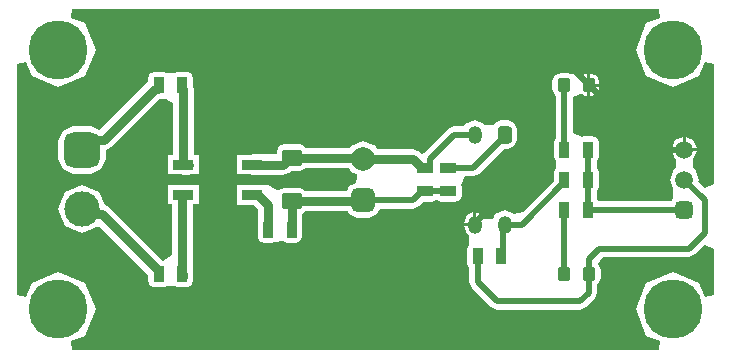
<source format=gtl>
G04*
G04 #@! TF.GenerationSoftware,Altium Limited,Altium Designer,21.2.1 (34)*
G04*
G04 Layer_Physical_Order=1*
G04 Layer_Color=255*
%FSTAX24Y24*%
%MOIN*%
G70*
G04*
G04 #@! TF.SameCoordinates,4D214268-C68C-41DA-8F6C-8B02532A8417*
G04*
G04*
G04 #@! TF.FilePolarity,Positive*
G04*
G01*
G75*
%ADD11C,0.0197*%
G04:AMPARAMS|DCode=17|XSize=55.1mil|YSize=35.4mil|CornerRadius=3.5mil|HoleSize=0mil|Usage=FLASHONLY|Rotation=90.000|XOffset=0mil|YOffset=0mil|HoleType=Round|Shape=RoundedRectangle|*
%AMROUNDEDRECTD17*
21,1,0.0551,0.0283,0,0,90.0*
21,1,0.0480,0.0354,0,0,90.0*
1,1,0.0071,0.0142,0.0240*
1,1,0.0071,0.0142,-0.0240*
1,1,0.0071,-0.0142,-0.0240*
1,1,0.0071,-0.0142,0.0240*
%
%ADD17ROUNDEDRECTD17*%
%ADD18R,0.0709X0.0335*%
G04:AMPARAMS|DCode=19|XSize=63.8mil|YSize=53.9mil|CornerRadius=5.4mil|HoleSize=0mil|Usage=FLASHONLY|Rotation=0.000|XOffset=0mil|YOffset=0mil|HoleType=Round|Shape=RoundedRectangle|*
%AMROUNDEDRECTD19*
21,1,0.0638,0.0432,0,0,0.0*
21,1,0.0530,0.0539,0,0,0.0*
1,1,0.0108,0.0265,-0.0216*
1,1,0.0108,-0.0265,-0.0216*
1,1,0.0108,-0.0265,0.0216*
1,1,0.0108,0.0265,0.0216*
%
%ADD19ROUNDEDRECTD19*%
G04:AMPARAMS|DCode=20|XSize=55.1mil|YSize=35.4mil|CornerRadius=3.5mil|HoleSize=0mil|Usage=FLASHONLY|Rotation=180.000|XOffset=0mil|YOffset=0mil|HoleType=Round|Shape=RoundedRectangle|*
%AMROUNDEDRECTD20*
21,1,0.0551,0.0283,0,0,180.0*
21,1,0.0480,0.0354,0,0,180.0*
1,1,0.0071,-0.0240,0.0142*
1,1,0.0071,0.0240,0.0142*
1,1,0.0071,0.0240,-0.0142*
1,1,0.0071,-0.0240,-0.0142*
%
%ADD20ROUNDEDRECTD20*%
G04:AMPARAMS|DCode=21|XSize=43.3mil|YSize=47.2mil|CornerRadius=10.8mil|HoleSize=0mil|Usage=FLASHONLY|Rotation=180.000|XOffset=0mil|YOffset=0mil|HoleType=Round|Shape=RoundedRectangle|*
%AMROUNDEDRECTD21*
21,1,0.0433,0.0256,0,0,180.0*
21,1,0.0217,0.0472,0,0,180.0*
1,1,0.0217,-0.0108,0.0128*
1,1,0.0217,0.0108,0.0128*
1,1,0.0217,0.0108,-0.0128*
1,1,0.0217,-0.0108,-0.0128*
%
%ADD21ROUNDEDRECTD21*%
%ADD36C,0.0315*%
%ADD37C,0.0200*%
%ADD38O,0.0472X0.0591*%
G04:AMPARAMS|DCode=39|XSize=59.1mil|YSize=47.2mil|CornerRadius=11.8mil|HoleSize=0mil|Usage=FLASHONLY|Rotation=270.000|XOffset=0mil|YOffset=0mil|HoleType=Round|Shape=RoundedRectangle|*
%AMROUNDEDRECTD39*
21,1,0.0591,0.0236,0,0,270.0*
21,1,0.0354,0.0472,0,0,270.0*
1,1,0.0236,-0.0118,-0.0177*
1,1,0.0236,-0.0118,0.0177*
1,1,0.0236,0.0118,0.0177*
1,1,0.0236,0.0118,-0.0177*
%
%ADD39ROUNDEDRECTD39*%
G04:AMPARAMS|DCode=40|XSize=118.1mil|YSize=118.1mil|CornerRadius=29.5mil|HoleSize=0mil|Usage=FLASHONLY|Rotation=90.000|XOffset=0mil|YOffset=0mil|HoleType=Round|Shape=RoundedRectangle|*
%AMROUNDEDRECTD40*
21,1,0.1181,0.0591,0,0,90.0*
21,1,0.0591,0.1181,0,0,90.0*
1,1,0.0591,0.0295,0.0295*
1,1,0.0591,0.0295,-0.0295*
1,1,0.0591,-0.0295,-0.0295*
1,1,0.0591,-0.0295,0.0295*
%
%ADD40ROUNDEDRECTD40*%
%ADD41C,0.1181*%
G04:AMPARAMS|DCode=42|XSize=78.7mil|YSize=78.7mil|CornerRadius=19.7mil|HoleSize=0mil|Usage=FLASHONLY|Rotation=270.000|XOffset=0mil|YOffset=0mil|HoleType=Round|Shape=RoundedRectangle|*
%AMROUNDEDRECTD42*
21,1,0.0787,0.0394,0,0,270.0*
21,1,0.0394,0.0787,0,0,270.0*
1,1,0.0394,-0.0197,-0.0197*
1,1,0.0394,-0.0197,0.0197*
1,1,0.0394,0.0197,0.0197*
1,1,0.0394,0.0197,-0.0197*
%
%ADD42ROUNDEDRECTD42*%
%ADD43C,0.0787*%
%ADD44C,0.0591*%
G04:AMPARAMS|DCode=45|XSize=59.1mil|YSize=59.1mil|CornerRadius=14.8mil|HoleSize=0mil|Usage=FLASHONLY|Rotation=90.000|XOffset=0mil|YOffset=0mil|HoleType=Round|Shape=RoundedRectangle|*
%AMROUNDEDRECTD45*
21,1,0.0591,0.0295,0,0,90.0*
21,1,0.0295,0.0591,0,0,90.0*
1,1,0.0295,0.0148,0.0148*
1,1,0.0295,0.0148,-0.0148*
1,1,0.0295,-0.0148,-0.0148*
1,1,0.0295,-0.0148,0.0148*
%
%ADD45ROUNDEDRECTD45*%
%ADD46C,0.1969*%
G36*
X049197Y044767D02*
X048732Y044575D01*
X04837Y043701D01*
X048732Y042827D01*
X049606Y042465D01*
X05048Y042827D01*
X050673Y043292D01*
X050973Y043232D01*
Y039213D01*
X050673Y039089D01*
X050461Y039301D01*
X05049Y03937D01*
X050347Y039717D01*
X050293Y039739D01*
Y040064D01*
X050303Y040068D01*
X050407Y04032D01*
X05D01*
X049593D01*
X049697Y040068D01*
X049707Y040064D01*
Y039739D01*
X049653Y039717D01*
X04951Y03937D01*
X04963Y039081D01*
X049619Y038751D01*
X049576Y038647D01*
X047126D01*
X04708Y038758D01*
X04708Y038982D01*
X047141Y03913D01*
Y03961D01*
X04708Y039758D01*
X04708Y039982D01*
X047141Y04013D01*
Y04061D01*
X04708Y040758D01*
X046932Y040819D01*
X046649D01*
X04657Y040787D01*
X04627Y040919D01*
Y042113D01*
X046508Y042213D01*
X046572Y04222D01*
X046702Y042166D01*
X04676D01*
Y04252D01*
Y042873D01*
X046702D01*
X046572Y042819D01*
X046391Y04284D01*
X046245Y042872D01*
X046092Y042935D01*
X045875D01*
X045672Y042851D01*
X045587Y042648D01*
Y042392D01*
X045672Y042188D01*
X045716Y04217D01*
Y040759D01*
X045714Y040758D01*
X045652Y04061D01*
Y04013D01*
X045714Y039982D01*
Y039758D01*
X045652Y03961D01*
Y039313D01*
X044612Y038273D01*
X044305Y03823D01*
X044004Y038355D01*
X043703Y03823D01*
X043635Y038068D01*
X04331Y038068D01*
X043269Y038167D01*
X043261Y038186D01*
X043054Y038272D01*
Y03787D01*
X043004D01*
Y03782D01*
X04264D01*
Y037811D01*
X042747Y037554D01*
X04282Y037523D01*
X042821Y037199D01*
X042821Y037198D01*
X04276Y037051D01*
Y036571D01*
X042821Y036423D01*
X042833Y036418D01*
Y035944D01*
X042833Y035944D01*
X042914Y035748D01*
X043548Y035114D01*
X043548Y035114D01*
X043744Y035033D01*
X043744Y035033D01*
X046534D01*
X046534Y035033D01*
X04673Y035114D01*
X047006Y03539D01*
X047006Y03539D01*
X047087Y035586D01*
X047087Y035586D01*
Y035875D01*
X047122Y035889D01*
X047206Y036093D01*
Y036348D01*
X047122Y036552D01*
X047276Y03679D01*
X047279Y036793D01*
X050164D01*
X050164Y036793D01*
X05036Y036874D01*
X050673Y037187D01*
X050973Y037063D01*
Y035508D01*
X050673Y035448D01*
X05048Y035913D01*
X049606Y036275D01*
X048732Y035913D01*
X04837Y035039D01*
X048732Y034166D01*
X049197Y033973D01*
X049138Y033673D01*
X029602D01*
X029543Y033973D01*
X030008Y034166D01*
X03037Y035039D01*
X030008Y035913D01*
X029134Y036275D01*
X02826Y035913D01*
X028067Y035448D01*
X027767Y035508D01*
Y043232D01*
X028067Y043292D01*
X02826Y042827D01*
X029134Y042465D01*
X030008Y042827D01*
X03037Y043701D01*
X030008Y044575D01*
X029543Y044767D01*
X029602Y045067D01*
X049138D01*
X049197Y044767D01*
D02*
G37*
%LPC*%
G36*
X033409Y042969D02*
X033126D01*
X032978Y042907D01*
X03277D01*
X032622Y042969D01*
X032339D01*
X032191Y042907D01*
X03213Y04276D01*
Y042646D01*
X032121Y042643D01*
X030501Y041022D01*
X030217Y04114D01*
X029626D01*
X029279Y040996D01*
X029136Y04065D01*
Y040059D01*
X029279Y039713D01*
X029626Y039569D01*
X030217D01*
X030563Y039713D01*
X030707Y040059D01*
Y040367D01*
X030882Y04044D01*
X032513Y042071D01*
X032622D01*
X032656Y042085D01*
X032956Y041927D01*
Y040195D01*
X032785D01*
Y039545D01*
X033258D01*
X033297Y039529D01*
X033484D01*
X033523Y039545D01*
X033809D01*
Y039831D01*
X033825Y03987D01*
X033809Y039909D01*
Y040195D01*
X033638D01*
Y042392D01*
X033618Y04244D01*
Y04276D01*
X033557Y042907D01*
X033409Y042969D01*
D02*
G37*
G36*
X046918Y042873D02*
X04686D01*
Y04257D01*
X047144D01*
Y042648D01*
X047078Y042807D01*
X046918Y042873D01*
D02*
G37*
G36*
X047144Y04247D02*
X04686D01*
Y042166D01*
X046918D01*
X047078Y042232D01*
X047144Y042392D01*
Y04247D01*
D02*
G37*
G36*
X043004Y041355D02*
X042703Y04123D01*
X042668Y041147D01*
X042331D01*
X042331Y041147D01*
X042135Y041066D01*
X042135Y041066D01*
X04132Y040251D01*
X041249Y040237D01*
X041186Y0403D01*
X040945Y0404D01*
X039754D01*
X03972Y040481D01*
X039298Y040656D01*
X038876Y040481D01*
X038852Y040421D01*
X03736D01*
X037336Y040478D01*
X037174Y040545D01*
X036644D01*
X036483Y040478D01*
X036416Y040316D01*
Y040211D01*
X0356D01*
X035562Y040195D01*
X035089D01*
Y039545D01*
X035562D01*
X0356Y039529D01*
X03663D01*
X036871Y039629D01*
X036898Y039656D01*
X037174D01*
X037336Y039723D01*
X037343Y039739D01*
X038834D01*
X038876Y039637D01*
X03908Y039553D01*
X03909Y039423D01*
X039051Y03924D01*
X03883Y039149D01*
X038769Y039001D01*
X037343D01*
X037336Y039017D01*
X037174Y039084D01*
X036644D01*
X036483Y039017D01*
X03641Y03901D01*
X036112Y039183D01*
Y039183D01*
X035826D01*
X035787Y039199D01*
X0356D01*
X035562Y039183D01*
X035089D01*
Y038533D01*
X035562D01*
X0356Y038517D01*
X035646D01*
X035781Y038382D01*
Y03796D01*
X035772Y037937D01*
Y037457D01*
X035833Y037309D01*
X03598Y037248D01*
X036264D01*
X036333Y037277D01*
X03662Y037309D01*
X036768Y037248D01*
X036895Y037248D01*
X037051D01*
X037199Y037309D01*
X03726Y037457D01*
Y037937D01*
X03725Y03796D01*
Y038227D01*
X037336Y038262D01*
X03736Y03832D01*
X038786D01*
X03883Y038213D01*
X039102Y038101D01*
X039495D01*
X039766Y038213D01*
X039846Y038404D01*
X040945D01*
X040945Y038404D01*
X041141Y038485D01*
X041281Y038626D01*
X041579D01*
X041726Y038687D01*
X041738Y038687D01*
X041886Y038626D01*
X042366D01*
X042514Y038687D01*
X042575Y038835D01*
Y039118D01*
X042547Y039187D01*
X042685Y039487D01*
X042957D01*
X042957Y039487D01*
X043153Y039568D01*
X043979Y040395D01*
X044122D01*
X044333Y040482D01*
X04442Y040693D01*
Y041047D01*
X044333Y041258D01*
X044122Y041346D01*
X043886D01*
X043675Y041258D01*
X043647Y04119D01*
X043322D01*
X043305Y04123D01*
X043004Y041355D01*
D02*
G37*
G36*
X05005Y040777D02*
Y04042D01*
X050407D01*
X050303Y040673D01*
X05005Y040777D01*
D02*
G37*
G36*
X04995Y040777D02*
X049697Y040673D01*
X049593Y04042D01*
X04995D01*
Y040777D01*
D02*
G37*
G36*
X042954Y038272D02*
X042747Y038186D01*
X04264Y037929D01*
Y03792D01*
X042954D01*
Y038272D01*
D02*
G37*
G36*
X033278Y039211D02*
X033239Y039195D01*
X032785D01*
Y038545D01*
X032927D01*
Y036843D01*
X032627Y036667D01*
X032622Y036669D01*
X032612D01*
X03082Y038461D01*
X030675Y038521D01*
X030494Y038958D01*
X029921Y039196D01*
X029349Y038958D01*
X029112Y038386D01*
X029349Y037813D01*
X029921Y037576D01*
X030494Y037813D01*
X030502Y037815D01*
X03213Y036187D01*
Y03598D01*
X032191Y035833D01*
X032339Y035772D01*
X032622D01*
X03277Y035833D01*
X032978D01*
X033126Y035772D01*
X033409D01*
X033557Y035833D01*
X033618Y03598D01*
Y036099D01*
X033628Y036123D01*
Y03622D01*
X033618Y036245D01*
Y036461D01*
X033609Y036484D01*
Y038545D01*
X033809D01*
Y039195D01*
X033336D01*
X033297Y039211D01*
X033278D01*
X033278Y039211D01*
D02*
G37*
%LPD*%
D11*
X041437Y039764D02*
X041516Y039843D01*
X042331Y04087D02*
X043004D01*
X041339Y039764D02*
X041437D01*
X041516Y039843D02*
Y040055D01*
X042331Y04087D01*
X044004Y040811D02*
Y04087D01*
X042126Y039764D02*
X042957D01*
X044004Y040811D01*
X041339Y038976D02*
X042126D01*
X039298Y038681D02*
X040945D01*
X04124Y038976D01*
X041339D01*
X04683Y042486D02*
Y04252D01*
X046961Y042388D02*
X048979Y04037D01*
X05D01*
X04683Y042486D02*
X046927Y042388D01*
X046961D01*
X04681Y04252D02*
X04683D01*
X045993Y04038D02*
Y04251D01*
Y04038D02*
X046003Y04037D01*
X045983Y04252D02*
X045993Y04251D01*
Y03623D02*
Y03836D01*
X046003Y03837D01*
X045983Y03622D02*
X045993Y03623D01*
X046003Y039272D02*
Y03937D01*
X044004Y03787D02*
X044601D01*
X046003Y039272D01*
X043951Y037817D02*
X044004Y03787D01*
X043898Y036811D02*
X043951Y036865D01*
Y037817D01*
X043744Y03531D02*
X046534D01*
X04311Y035944D02*
Y036811D01*
Y035944D02*
X043744Y03531D01*
X046534D02*
X04681Y035586D01*
Y03622D01*
Y036716D01*
X047164Y03707D01*
X050164D02*
X050674Y03758D01*
X047164Y03707D02*
X050164D01*
X050674Y03758D02*
Y038696D01*
X05Y03937D02*
X050674Y038696D01*
X04466Y039585D02*
Y04102D01*
X043004Y03787D02*
Y037929D01*
X04466Y039585D01*
X04679Y03937D02*
Y04037D01*
Y03837D02*
Y03937D01*
Y03837D02*
X05D01*
D17*
X036122Y037697D02*
D03*
X036909D02*
D03*
X033268Y03622D02*
D03*
X03248D02*
D03*
X04311Y036811D02*
D03*
X043898D02*
D03*
X04679Y03937D02*
D03*
X046003D02*
D03*
X03248Y04252D02*
D03*
X033268D02*
D03*
X046003Y04037D02*
D03*
X04679D02*
D03*
X046003Y03837D02*
D03*
X04679D02*
D03*
D18*
X033297Y03887D02*
D03*
Y03987D02*
D03*
X0356D02*
D03*
Y038858D02*
D03*
D19*
X036909Y03864D02*
D03*
Y0401D02*
D03*
D20*
X042126Y039764D02*
D03*
Y038976D02*
D03*
X041339D02*
D03*
Y039764D02*
D03*
D21*
X045983Y03622D02*
D03*
X04681D02*
D03*
Y04252D02*
D03*
X045983D02*
D03*
D36*
X04124Y039764D02*
X041339D01*
X039298Y040059D02*
X040945D01*
X04124Y039764D01*
X039278Y04008D02*
X039298Y040059D01*
X036909Y0401D02*
X03693Y04008D01*
X039278D01*
X03663Y03987D02*
X03686Y0401D01*
X036909D01*
X0356Y03987D02*
X03663D01*
X03693Y03866D02*
X039278D01*
X036909Y03864D02*
X03693Y03866D01*
X039278D02*
X039298Y038681D01*
X036909Y037697D02*
Y03864D01*
X036122Y037697D02*
Y038524D01*
X0356Y038858D02*
X035787D01*
X036122Y038524D01*
X033287Y036123D02*
Y03622D01*
X033268Y03886D02*
X033278Y03887D01*
X033297D01*
X033268Y03622D02*
Y03886D01*
Y042421D02*
Y04252D01*
X033297Y03987D02*
Y042392D01*
X033268Y042421D02*
X033297Y042392D01*
X030641Y040681D02*
X032362Y042402D01*
X032461D01*
X03248Y042421D02*
Y04252D01*
X029921Y040354D02*
X030248Y040681D01*
X030641D01*
X032461Y042402D02*
X03248Y042421D01*
X029921Y038386D02*
X030087Y03822D01*
X030579D02*
X032461Y036339D01*
X032461D01*
X030087Y03822D02*
X030579D01*
X03248Y03622D02*
Y036319D01*
X032461Y036339D02*
X03248Y036319D01*
X033297Y03987D02*
X033484D01*
D37*
X046336Y043013D02*
X04683Y04252D01*
X04466Y04102D02*
Y042526D01*
X045147Y043013D02*
X046336D01*
X04466Y042526D02*
X045147Y043013D01*
D38*
X044004Y03787D02*
D03*
X043004D02*
D03*
Y04087D02*
D03*
D39*
X044004D02*
D03*
D40*
X029921Y040354D02*
D03*
D41*
Y038386D02*
D03*
D42*
X039298Y038681D02*
D03*
D43*
Y040059D02*
D03*
D44*
X05Y04037D02*
D03*
Y03937D02*
D03*
D45*
Y03837D02*
D03*
D46*
X029134Y035039D02*
D03*
X029134Y043701D02*
D03*
X049606Y043701D02*
D03*
Y035039D02*
D03*
M02*

</source>
